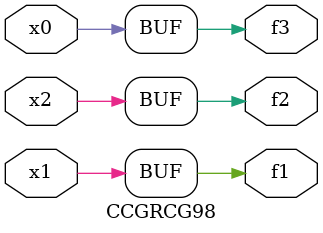
<source format=v>
module CCGRCG98(
	input x0, x1, x2,
	output f1, f2, f3
);
	assign f1 = x1;
	assign f2 = x2;
	assign f3 = x0;
endmodule

</source>
